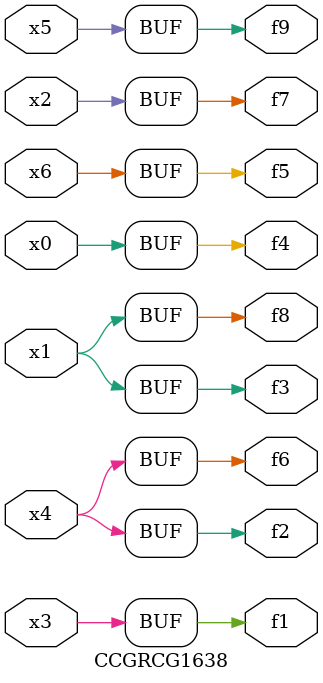
<source format=v>
module CCGRCG1638(
	input x0, x1, x2, x3, x4, x5, x6,
	output f1, f2, f3, f4, f5, f6, f7, f8, f9
);
	assign f1 = x3;
	assign f2 = x4;
	assign f3 = x1;
	assign f4 = x0;
	assign f5 = x6;
	assign f6 = x4;
	assign f7 = x2;
	assign f8 = x1;
	assign f9 = x5;
endmodule

</source>
